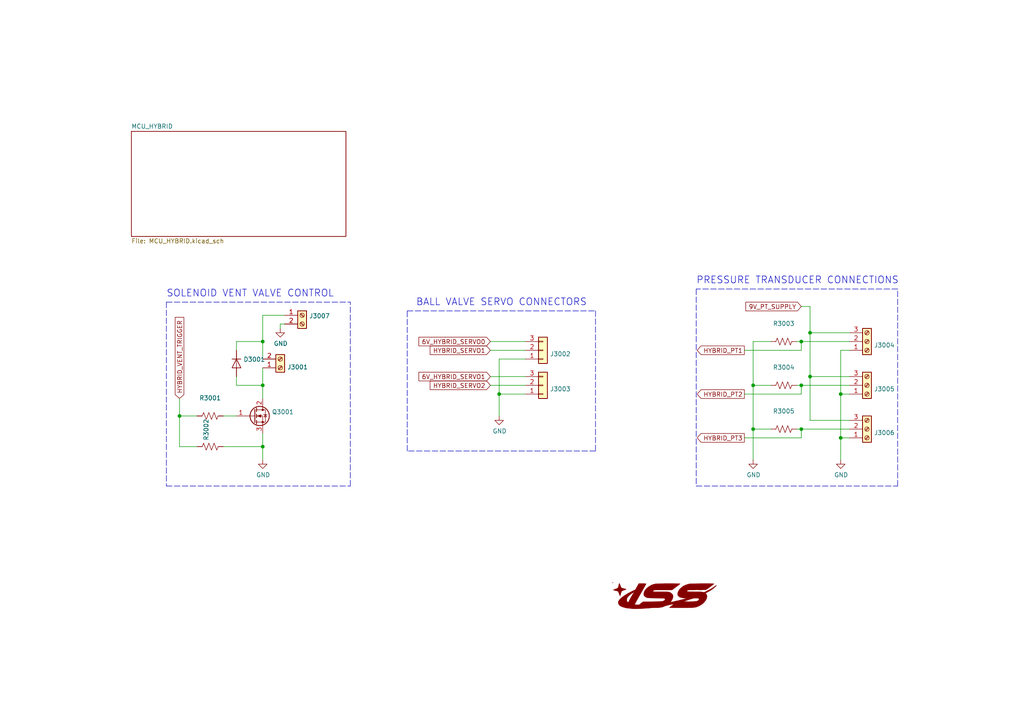
<source format=kicad_sch>
(kicad_sch (version 20211123) (generator eeschema)
  (paper "A4")
  (title_block (title "TARS-MK1") (company "ILLINOIS SPACE SOCIETY"))
  (lib_symbols
    (symbol "Connector:Screw_Terminal_01x02" (pin_names (offset 1.016) hide)
      (property "Reference" "J" (at 0 2.54 0))
      (property "Value" "Screw_Terminal_01x02" (at 0 -5.08 0))
      (symbol "Screw_Terminal_01x02_1_1"
        (rectangle (start -1.27 1.27) (end 1.27 -3.81) (stroke (width 0.254)) (fill (type background)))
        (circle (center 0 -2.54) (radius 0.635) (stroke (width 0.1524)))
        (polyline (pts (xy -0.5334 -2.2098) (xy 0.3302 -3.048)) (stroke (width 0.1524)))
        (polyline (pts (xy -0.5334 0.3302) (xy 0.3302 -0.508)) (stroke (width 0.1524)))
        (polyline (pts (xy -0.3556 -2.032) (xy 0.508 -2.8702)) (stroke (width 0.1524)))
        (polyline (pts (xy -0.3556 0.508) (xy 0.508 -0.3302)) (stroke (width 0.1524)))
        (circle (center 0 0) (radius 0.635) (stroke (width 0.1524)))
        (pin passive line (at -5.08 0 0) (length 3.81) (name "Pin_1") (number "1"))
        (pin passive line (at -5.08 -2.54 0) (length 3.81) (name "Pin_2") (number "2"))
      )
    )
    (symbol "Connector:Screw_Terminal_01x03" (pin_names (offset 1.016) hide)
      (property "Reference" "J" (at 0 5.08 0))
      (property "Value" "Screw_Terminal_01x03" (at 0 -5.08 0))
      (symbol "Screw_Terminal_01x03_1_1"
        (rectangle (start -1.27 3.81) (end 1.27 -3.81) (stroke (width 0.254)) (fill (type background)))
        (circle (center 0 -2.54) (radius 0.635) (stroke (width 0.1524)))
        (polyline (pts (xy -0.5334 -2.2098) (xy 0.3302 -3.048)) (stroke (width 0.1524)))
        (polyline (pts (xy -0.5334 0.3302) (xy 0.3302 -0.508)) (stroke (width 0.1524)))
        (polyline (pts (xy -0.5334 2.8702) (xy 0.3302 2.032)) (stroke (width 0.1524)))
        (polyline (pts (xy -0.3556 -2.032) (xy 0.508 -2.8702)) (stroke (width 0.1524)))
        (polyline (pts (xy -0.3556 0.508) (xy 0.508 -0.3302)) (stroke (width 0.1524)))
        (polyline (pts (xy -0.3556 3.048) (xy 0.508 2.2098)) (stroke (width 0.1524)))
        (circle (center 0 0) (radius 0.635) (stroke (width 0.1524)))
        (circle (center 0 2.54) (radius 0.635) (stroke (width 0.1524)))
        (pin passive line (at -5.08 2.54 0) (length 3.81) (name "Pin_1") (number "1"))
        (pin passive line (at -5.08 0 0) (length 3.81) (name "Pin_2") (number "2"))
        (pin passive line (at -5.08 -2.54 0) (length 3.81) (name "Pin_3") (number "3"))
      )
    )
    (symbol "Connector_Generic:Conn_01x03" (pin_names (offset 1.016) hide)
      (property "Reference" "J" (at 0 5.08 0))
      (property "Value" "Conn_01x03" (at 0 -5.08 0))
      (symbol "Conn_01x03_1_1"
        (rectangle (start -1.27 -2.413) (end 0 -2.667) (stroke (width 0.1524)))
        (rectangle (start -1.27 0.127) (end 0 -0.127) (stroke (width 0.1524)))
        (rectangle (start -1.27 2.667) (end 0 2.413) (stroke (width 0.1524)))
        (rectangle (start -1.27 3.81) (end 1.27 -3.81) (stroke (width 0.254)) (fill (type background)))
        (pin passive line (at -5.08 2.54 0) (length 3.81) (name "Pin_1") (number "1"))
        (pin passive line (at -5.08 0 0) (length 3.81) (name "Pin_2") (number "2"))
        (pin passive line (at -5.08 -2.54 0) (length 3.81) (name "Pin_3") (number "3"))
      )
    )
    (symbol "D24V50F5:D" (pin_numbers hide) (pin_names (offset 1.016) hide)
      (property "Reference" "D" (at 0 2.54 0))
      (property "Value" "D" (at 0 -2.54 0))
      (symbol "D_0_1"
        (polyline (pts (xy -1.27 1.27) (xy -1.27 -1.27)) (stroke (width 0.2032)))
        (polyline (pts (xy 1.27 0) (xy -1.27 0)))
        (polyline (pts (xy 1.27 1.27) (xy 1.27 -1.27) (xy -1.27 0) (xy 1.27 1.27)) (stroke (width 0.2032)))
      )
      (symbol "D_1_1"
        (pin passive line (at -3.81 0 0) (length 2.54) (name "K") (number "1"))
        (pin passive line (at 3.81 0 180) (length 2.54) (name "A") (number "2"))
      )
    )
    (symbol "D24V50F5:R_US" (pin_numbers hide) (pin_names (offset 0))
      (property "Reference" "R" (at 2.54 0 90))
      (property "Value" "R_US" (at -2.54 0 90))
      (symbol "R_US_0_1"
        (polyline (pts (xy 0 -2.286) (xy 0 -2.54)))
        (polyline (pts (xy 0 2.286) (xy 0 2.54)))
        (polyline (pts (xy 0 -0.762) (xy 1.016 -1.143) (xy 0 -1.524) (xy -1.016 -1.905) (xy 0 -2.286)))
        (polyline (pts (xy 0 0.762) (xy 1.016 0.381) (xy 0 0) (xy -1.016 -0.381) (xy 0 -0.762)))
        (polyline (pts (xy 0 2.286) (xy 1.016 1.905) (xy 0 1.524) (xy -1.016 1.143) (xy 0 0.762)))
      )
      (symbol "R_US_1_1"
        (pin passive line (at 0 3.81 270) (length 1.27) (name "~") (number "1"))
        (pin passive line (at 0 -3.81 90) (length 1.27) (name "~") (number "2"))
      )
    )
    (symbol "ISS_LOGO:LOGO" (pin_names (offset 1.016))
      (symbol "LOGO_0_0"
        (polyline (pts (xy -15.2654 3.6322) (xy -15.2654 3.8354) (xy -15.2908 3.8608) (xy -15.3162 3.7338) (xy -15.3162 3.6068) (xy -15.2654 3.6322)) (stroke (width 0.0254)) (fill (type outline)))
        (polyline (pts (xy -13.081 0.2032) (xy -12.954 0.6096) (xy -12.8778 0.9144) (xy -12.7762 1.1176) (xy -12.6746 1.27) (xy -12.5476 1.3462) (xy -12.3698 1.4224) (xy -12.1158 1.524) (xy -11.7348 1.651) (xy -11.5316 1.7272) (xy -11.43 1.7526) (xy -11.43 1.778) (xy -11.5062 1.8542) (xy -11.684 1.9304) (xy -11.938 1.9812) (xy -12.2174 2.0574) (xy -12.5222 2.1082) (xy -12.7254 2.2098) (xy -12.8778 2.3368) (xy -12.9794 2.54) (xy -13.081 2.8448) (xy -13.1318 2.921) (xy -13.2334 3.2258) (xy -13.3858 3.5306) (xy -13.4112 3.5052) (xy -13.4874 3.3782) (xy -13.5382 3.1496) (xy -13.6906 2.54) (xy -13.7668 2.3114) (xy -13.8684 2.1844) (xy -13.9954 2.0828) (xy -14.1986 2.0066) (xy -14.478 1.905) (xy -14.605 1.8542) (xy -14.8844 1.7526) (xy -15.0876 1.651) (xy -15.1638 1.6002) (xy -15.1384 1.6002) (xy -15.0114 1.5494) (xy -14.7828 1.4732) (xy -14.4526 1.397) (xy -13.7668 1.2192) (xy -13.5636 0.762) (xy -13.4874 0.5588) (xy -13.3858 0.2794) (xy -13.2842 0.0508) (xy -13.1826 -0.2032) (xy -13.081 0.2032)) (stroke (width 0.0254)) (fill (type outline)))
        (polyline (pts (xy -8.0264 -3.8354) (xy -7.3152 -3.81) (xy -6.5786 -3.7846) (xy -5.8166 -3.7338) (xy -5.1054 -3.683) (xy -4.826 -3.6576) (xy -4.2418 -3.6068) (xy -3.6322 -3.5814) (xy -3.0988 -3.556) (xy -2.3368 -3.556) (xy -1.5494 -3.4798) (xy -0.889 -3.3528) (xy -0.3556 -3.1242) (xy -0.1778 -3.0734) (xy 0.127 -2.9718) (xy 0.508 -2.8702) (xy 0.9398 -2.7686) (xy 0.9906 -2.7432) (xy 1.5494 -2.6162) (xy 2.1844 -2.4892) (xy 2.3114 -2.4892) (xy 2.3114 -2.54) (xy 2.2352 -2.6162) (xy 2.0574 -2.7686) (xy 1.778 -2.9464) (xy 1.5748 -3.1242) (xy 1.3208 -3.3274) (xy 1.1684 -3.4544) (xy 1.1176 -3.5306) (xy 1.6256 -3.5306) (xy 2.0574 -3.556) (xy 6.2738 -3.556) (xy 6.9342 -3.5306) (xy 7.4676 -3.5306) (xy 7.9248 -3.5052) (xy 8.2804 -3.4798) (xy 8.5852 -3.429) (xy 8.8392 -3.3782) (xy 9.0678 -3.302) (xy 9.3218 -3.2258) (xy 9.5504 -3.0988) (xy 9.8298 -2.9718) (xy 10.0076 -2.8956) (xy 10.5664 -2.54) (xy 11.049 -2.1336) (xy 11.43 -1.6764) (xy 11.7602 -1.2192) (xy 11.938 -0.762) (xy 12.0396 -0.3302) (xy 11.9888 0.0762) (xy 11.811 0.4064) (xy 11.5824 0.6858) (xy 12.1158 0.9398) (xy 12.2682 1.016) (xy 13.0556 1.4732) (xy 13.7414 1.9558) (xy 14.3256 2.4384) (xy 14.605 2.7178) (xy 14.7574 2.8956) (xy 14.8082 2.9718) (xy 14.7828 2.9718) (xy 14.6558 2.8956) (xy 14.4272 2.7686) (xy 14.1478 2.5654) (xy 14.097 2.5146) (xy 13.7414 2.286) (xy 13.3096 2.0066) (xy 12.827 1.7272) (xy 12.3444 1.4986) (xy 11.2014 0.9144) (xy 10.7188 1.016) (xy 10.6172 1.016) (xy 10.3378 1.0414) (xy 9.906 1.0668) (xy 9.398 1.0922) (xy 8.2296 1.0922) (xy 7.8994 1.1176) (xy 6.9088 1.1176) (xy 6.5532 1.143) (xy 6.3246 1.143) (xy 6.223 1.1684) (xy 6.223 1.27) (xy 6.2992 1.4224) (xy 6.3754 1.4986) (xy 6.4516 1.5494) (xy 6.5532 1.5748) (xy 6.7056 1.5748) (xy 6.9596 1.6002) (xy 8.3312 1.6002) (xy 9.0678 1.6256) (xy 9.7536 1.6002) (xy 10.3378 1.6002) (xy 10.8204 1.6256) (xy 11.2014 1.6256) (xy 11.4808 1.651) (xy 11.7348 1.7018) (xy 11.938 1.778) (xy 12.1158 1.905) (xy 12.319 2.032) (xy 12.573 2.2352) (xy 13.081 2.6162) (xy 13.4112 2.8702) (xy 13.6652 3.048) (xy 13.8176 3.175) (xy 13.843 3.2004) (xy 13.9954 3.3274) (xy 14.0462 3.4036) (xy 14.0462 3.429) (xy 13.8938 3.429) (xy 13.6144 3.4544) (xy 13.208 3.4544) (xy 12.7254 3.4798) (xy 10.16 3.4798) (xy 9.4996 3.4544) (xy 8.8646 3.4544) (xy 8.255 3.429) (xy 7.747 3.429) (xy 7.3152 3.4036) (xy 6.985 3.3782) (xy 6.8072 3.3528) (xy 5.9944 3.1242) (xy 5.207 2.7686) (xy 4.572 2.3114) (xy 4.0386 1.778) (xy 3.683 1.1684) (xy 3.5306 0.762) (xy 3.4798 0.381) (xy 3.556 0.0762) (xy 3.7338 -0.1778) (xy 4.0132 -0.4064) (xy 4.3688 -0.5842) (xy 4.826 -0.6858) (xy 5.461 -0.762) (xy 6.2992 -0.8128) (xy 5.588 -0.9906) (xy 5.4102 -1.0414) (xy 5.08 -1.1176) (xy 4.6482 -1.2192) (xy 4.1656 -1.3462) (xy 3.6576 -1.4732) (xy 3.1496 -1.5748) (xy 2.6416 -1.7018) (xy 2.54 -1.7272) (xy 5.334 -1.7272) (xy 5.3594 -1.6764) (xy 5.461 -1.651) (xy 6.0706 -1.4478) (xy 6.7056 -1.2446) (xy 7.1882 -1.0668) (xy 7.5946 -0.9652) (xy 7.9248 -0.8636) (xy 8.1534 -0.8128) (xy 8.382 -0.7874) (xy 8.5598 -0.762) (xy 9.0678 -0.762) (xy 9.4488 -0.8128) (xy 9.652 -0.9398) (xy 9.7282 -1.0922) (xy 9.7028 -1.1938) (xy 9.5504 -1.397) (xy 9.2456 -1.5748) (xy 8.89 -1.6764) (xy 8.8646 -1.6764) (xy 8.6614 -1.7018) (xy 8.3058 -1.7272) (xy 7.8486 -1.7526) (xy 7.3406 -1.7526) (xy 6.7818 -1.778) (xy 6.223 -1.7526) (xy 5.5372 -1.7526) (xy 5.3848 -1.7272) (xy 5.334 -1.7272) (xy 2.54 -1.7272) (xy 2.2098 -1.8034) (xy 1.8542 -1.8796) (xy 1.6256 -1.9304) (xy 1.4986 -1.9304) (xy 1.4986 -1.905) (xy 1.6002 -1.7272) (xy 1.7272 -1.524) (xy 1.9304 -1.1684) (xy 2.1336 -0.6604) (xy 2.1844 -0.2032) (xy 2.0828 0.2286) (xy 1.8034 0.5588) (xy 1.397 0.8382) (xy 1.3208 0.889) (xy 1.0668 0.9906) (xy 0.9144 1.016) (xy 0.6858 1.0414) (xy 0.4064 1.0668) (xy -0.4826 1.0668) (xy -1.143 1.0922) (xy -3.048 1.0922) (xy -3.3274 1.1176) (xy -3.4544 1.1176) (xy -3.6068 1.143) (xy -3.6322 1.27) (xy -3.5052 1.4478) (xy -3.4544 1.4986) (xy -3.3782 1.524) (xy -3.2766 1.5494) (xy -3.0988 1.5748) (xy -2.8702 1.6002) (xy 1.8796 1.6002) (xy 2.54 2.0828) (xy 2.6162 2.159) (xy 3.3782 2.7178) (xy 3.7084 2.9718) (xy 3.7592 2.9972) (xy 3.9878 3.2004) (xy 4.1656 3.3274) (xy 4.2164 3.4036) (xy 4.2164 3.429) (xy 4.0894 3.429) (xy 3.81 3.4544) (xy 2.8956 3.4544) (xy 2.286 3.4798) (xy -0.1016 3.4798) (xy -0.889 3.4544) (xy -1.5494 3.4544) (xy -2.0828 3.429) (xy -2.54 3.4036) (xy -2.921 3.3782) (xy -3.2512 3.302) (xy -3.5052 3.2512) (xy -3.7846 3.1496) (xy -4.0386 3.048) (xy -4.3434 2.8956) (xy -4.9784 2.5146) (xy -5.4864 2.0828) (xy -5.9182 1.6002) (xy -6.1976 1.0922) (xy -6.3246 0.5588) (xy -6.3246 0.2794) (xy -6.2484 -0.0254) (xy -6.0198 -0.2794) (xy -5.6388 -0.5334) (xy -5.5626 -0.5588) (xy -5.3086 -0.6604) (xy -5.1308 -0.6858) (xy -4.8768 -0.7112) (xy -4.5466 -0.7112) (xy -4.1148 -0.7366) (xy -3.5306 -0.7366) (xy -2.8194 -0.762) (xy -2.159 -0.762) (xy -1.5748 -0.7874) (xy -1.1176 -0.7874) (xy -0.762 -0.8128) (xy -0.5334 -0.8382) (xy -0.381 -0.8636) (xy -0.2794 -0.889) (xy -0.2032 -0.9398) (xy -0.1778 -0.9652) (xy -0.127 -1.0922) (xy -0.1778 -1.2446) (xy -0.381 -1.4478) (xy -0.5842 -1.5748) (xy -0.6604 -1.6002) (xy -0.762 -1.651) (xy -0.9144 -1.6764) (xy -1.143 -1.7018) (xy -1.4224 -1.7272) (xy -1.8034 -1.7272) (xy -2.3114 -1.7526) (xy -2.9464 -1.7526) (xy -3.7338 -1.778) (xy -6.5532 -1.8288) (xy -7.1374 -2.2606) (xy -7.7216 -2.7178) (xy -8.3058 -2.6924) (xy -8.6106 -2.667) (xy -8.8392 -2.6416) (xy -8.9408 -2.6162) (xy -8.9408 -2.5908) (xy -8.9154 -2.5146) (xy -8.8646 -2.413) (xy -8.763 -2.2352) (xy -8.636 -1.9812) (xy -8.4582 -1.651) (xy -8.2296 -1.2446) (xy -7.9248 -0.7112) (xy -7.5946 -0.1016) (xy -7.1628 0.635) (xy -6.6802 1.4986) (xy -6.096 2.5146) (xy -5.9182 2.8448) (xy -5.7658 3.1242) (xy -5.6896 3.3274) (xy -5.6642 3.429) (xy -5.7658 3.4544) (xy -5.9944 3.4544) (xy -6.3246 3.4798) (xy -7.747 3.4798) (xy -8.255 2.5908) (xy -8.763 1.6764) (xy -9.9568 1.1176) (xy -10.541 0.8128) (xy -11.3284 0.381) (xy -12.0142 -0.0762) (xy -12.6238 -0.508) (xy -13.081 -0.9144) (xy -13.3858 -1.2446) (xy -11.2522 -1.2446) (xy -11.2268 -1.016) (xy -11.0998 -0.635) (xy -10.795 -0.254) (xy -10.3632 0.1524) (xy -9.779 0.5842) (xy -9.6266 0.6858) (xy -9.3726 0.8636) (xy -9.2202 0.9144) (xy -9.1694 0.9144) (xy -9.3218 0.6604) (xy -9.4742 0.4318) (xy -9.6774 0.1016) (xy -9.8806 -0.254) (xy -10.0584 -0.5588) (xy -10.2616 -0.9652) (xy -10.4648 -1.3208) (xy -10.5918 -1.6002) (xy -10.8458 -2.032) (xy -11.1252 -1.7526) (xy -11.2268 -1.524) (xy -11.2522 -1.2446) (xy -13.3858 -1.2446) (xy -13.4366 -1.2954) (xy -13.6398 -1.651) (xy -13.6906 -1.778) (xy -13.716 -2.2098) (xy -13.589 -2.5654) (xy -13.3096 -2.8956) (xy -12.8778 -3.175) (xy -12.2682 -3.4036) (xy -11.5062 -3.6068) (xy -10.5664 -3.7338) (xy -9.4742 -3.8354) (xy -9.144 -3.8608) (xy -8.636 -3.8608) (xy -8.0264 -3.8354)) (stroke (width 0.0254)) (fill (type outline)))
      )
    )
    (symbol "Transistor_FET:IRF540N" (pin_names hide)
      (property "Reference" "Q" (at 6.35 1.905 0))
      (property "Value" "IRF540N" (at 6.35 0 0))
      (symbol "IRF540N_0_1"
        (polyline (pts (xy 0.254 0) (xy -2.54 0)))
        (polyline (pts (xy 0.254 1.905) (xy 0.254 -1.905)) (stroke (width 0.254)))
        (polyline (pts (xy 0.762 -1.27) (xy 0.762 -2.286)) (stroke (width 0.254)))
        (polyline (pts (xy 0.762 0.508) (xy 0.762 -0.508)) (stroke (width 0.254)))
        (polyline (pts (xy 0.762 2.286) (xy 0.762 1.27)) (stroke (width 0.254)))
        (polyline (pts (xy 2.54 2.54) (xy 2.54 1.778)))
        (polyline (pts (xy 2.54 -2.54) (xy 2.54 0) (xy 0.762 0)))
        (polyline (pts (xy 0.762 -1.778) (xy 3.302 -1.778) (xy 3.302 1.778) (xy 0.762 1.778)))
        (polyline (pts (xy 1.016 0) (xy 2.032 0.381) (xy 2.032 -0.381) (xy 1.016 0)) (fill (type outline)))
        (polyline (pts (xy 2.794 0.508) (xy 2.921 0.381) (xy 3.683 0.381) (xy 3.81 0.254)))
        (polyline (pts (xy 3.302 0.381) (xy 2.921 -0.254) (xy 3.683 -0.254) (xy 3.302 0.381)))
        (circle (center 1.651 0) (radius 2.794) (stroke (width 0.254)))
        (circle (center 2.54 -1.778) (radius 0.254) (fill (type outline)))
        (circle (center 2.54 1.778) (radius 0.254) (fill (type outline)))
      )
      (symbol "IRF540N_1_1"
        (pin input line (at -5.08 0 0) (length 2.54) (name "G") (number "1"))
        (pin passive line (at 2.54 5.08 270) (length 2.54) (name "D") (number "2"))
        (pin passive line (at 2.54 -5.08 90) (length 2.54) (name "S") (number "3"))
      )
    )
    (symbol "power:GND" (power) (pin_names (offset 0))
      (property "Value" "GND" (at 0 -3.81 0))
      (symbol "GND_0_1"
        (polyline (pts (xy 0 0) (xy 0 -1.27) (xy 1.27 -1.27) (xy 0 -2.54) (xy -1.27 -1.27) (xy 0 -1.27)))
      )
      (symbol "GND_1_1"
        (pin power_in line (at 0 0 270) (length 0) hide (name "GND") (number "1"))
      )
    )
  )
  (junction (at 243.84 114.3))
  (junction (at 52.07 120.65))
  (junction (at 234.95 109.22))
  (junction (at 234.95 96.52))
  (junction (at 144.78 114.3))
  (junction (at 76.2 129.54))
  (junction (at 76.2 99.06))
  (junction (at 218.44 111.76))
  (junction (at 232.41 111.76))
  (junction (at 232.41 99.06))
  (junction (at 243.84 127))
  (junction (at 232.41 124.46))
  (junction (at 218.44 124.46))
  (junction (at 76.2 111.76))
  (wire (pts (xy 243.84 114.3) (xy 243.84 127)))
  (polyline (pts (xy 101.6 140.97) (xy 101.6 87.63)))
  (polyline (pts (xy 48.26 87.63) (xy 101.6 87.63)))
  (wire (pts (xy 232.41 88.9) (xy 234.95 88.9)))
  (wire (pts (xy 76.2 104.14) (xy 76.2 99.06)))
  (wire (pts (xy 68.58 109.22) (xy 68.58 111.76)))
  (polyline (pts (xy 48.26 140.97) (xy 101.6 140.97)))
  (wire (pts (xy 152.4 104.14) (xy 144.78 104.14)))
  (wire (pts (xy 52.07 120.65) (xy 52.07 129.54)))
  (wire (pts (xy 223.52 124.46) (xy 218.44 124.46)))
  (wire (pts (xy 82.55 91.44) (xy 76.2 91.44)))
  (wire (pts (xy 232.41 124.46) (xy 232.41 127)))
  (polyline (pts (xy 48.26 87.63) (xy 48.26 140.97)))
  (wire (pts (xy 76.2 133.35) (xy 76.2 129.54)))
  (polyline (pts (xy 201.93 140.97) (xy 260.35 140.97)))
  (wire (pts (xy 232.41 111.76) (xy 246.38 111.76)))
  (wire (pts (xy 232.41 99.06) (xy 246.38 99.06)))
  (wire (pts (xy 246.38 101.6) (xy 243.84 101.6)))
  (wire (pts (xy 234.95 109.22) (xy 234.95 121.92)))
  (wire (pts (xy 52.07 115.57) (xy 52.07 120.65)))
  (wire (pts (xy 142.24 109.22) (xy 152.4 109.22)))
  (wire (pts (xy 246.38 114.3) (xy 243.84 114.3)))
  (wire (pts (xy 82.55 93.98) (xy 81.28 93.98)))
  (wire (pts (xy 76.2 106.68) (xy 76.2 111.76)))
  (wire (pts (xy 243.84 101.6) (xy 243.84 114.3)))
  (wire (pts (xy 231.14 99.06) (xy 232.41 99.06)))
  (wire (pts (xy 232.41 124.46) (xy 246.38 124.46)))
  (wire (pts (xy 144.78 104.14) (xy 144.78 114.3)))
  (wire (pts (xy 243.84 127) (xy 243.84 133.35)))
  (polyline (pts (xy 260.35 83.82) (xy 201.93 83.82)))
  (wire (pts (xy 215.9 114.3) (xy 232.41 114.3)))
  (wire (pts (xy 64.77 129.54) (xy 76.2 129.54)))
  (wire (pts (xy 215.9 101.6) (xy 232.41 101.6)))
  (wire (pts (xy 76.2 111.76) (xy 76.2 115.57)))
  (wire (pts (xy 234.95 88.9) (xy 234.95 96.52)))
  (wire (pts (xy 231.14 111.76) (xy 232.41 111.76)))
  (wire (pts (xy 218.44 111.76) (xy 218.44 124.46)))
  (wire (pts (xy 232.41 111.76) (xy 232.41 114.3)))
  (wire (pts (xy 232.41 99.06) (xy 232.41 101.6)))
  (wire (pts (xy 68.58 101.6) (xy 68.58 99.06)))
  (wire (pts (xy 76.2 129.54) (xy 76.2 125.73)))
  (wire (pts (xy 246.38 127) (xy 243.84 127)))
  (wire (pts (xy 81.28 93.98) (xy 81.28 95.25)))
  (polyline (pts (xy 172.72 130.81) (xy 118.11 130.81)))
  (wire (pts (xy 64.77 120.65) (xy 68.58 120.65)))
  (wire (pts (xy 218.44 111.76) (xy 223.52 111.76)))
  (polyline (pts (xy 118.11 90.17) (xy 172.72 90.17)))
  (wire (pts (xy 68.58 99.06) (xy 76.2 99.06)))
  (polyline (pts (xy 172.72 90.17) (xy 172.72 130.81)))
  (wire (pts (xy 152.4 101.6) (xy 142.24 101.6)))
  (wire (pts (xy 76.2 91.44) (xy 76.2 99.06)))
  (wire (pts (xy 68.58 111.76) (xy 76.2 111.76)))
  (wire (pts (xy 234.95 121.92) (xy 246.38 121.92)))
  (polyline (pts (xy 201.93 83.82) (xy 201.93 140.97)))
  (wire (pts (xy 234.95 96.52) (xy 234.95 109.22)))
  (wire (pts (xy 234.95 109.22) (xy 246.38 109.22)))
  (wire (pts (xy 223.52 99.06) (xy 218.44 99.06)))
  (wire (pts (xy 215.9 127) (xy 232.41 127)))
  (wire (pts (xy 142.24 99.06) (xy 152.4 99.06)))
  (wire (pts (xy 218.44 124.46) (xy 218.44 133.35)))
  (wire (pts (xy 52.07 129.54) (xy 57.15 129.54)))
  (wire (pts (xy 142.24 111.76) (xy 152.4 111.76)))
  (polyline (pts (xy 260.35 140.97) (xy 260.35 83.82)))
  (wire (pts (xy 57.15 120.65) (xy 52.07 120.65)))
  (wire (pts (xy 152.4 114.3) (xy 144.78 114.3)))
  (wire (pts (xy 231.14 124.46) (xy 232.41 124.46)))
  (wire (pts (xy 234.95 96.52) (xy 246.38 96.52)))
  (polyline (pts (xy 118.11 130.81) (xy 118.11 90.17)))
  (wire (pts (xy 218.44 99.06) (xy 218.44 111.76)))
  (wire (pts (xy 144.78 114.3) (xy 144.78 120.65)))
  (text "SOLENOID VENT VALVE CONTROL" (at 48.26 86.36 0) (effects (font (size 2.0066 2.0066)) (justify left bottom)))
  (text "PRESSURE TRANSDUCER CONNECTIONS" (at 201.93 82.55 0) (effects (font (size 2.0066 2.0066)) (justify left bottom)))
  (text "BALL VALVE SERVO CONNECTORS" (at 120.65 88.9 0) (effects (font (size 2.0066 2.0066)) (justify left bottom)))
  (global_label "HYBRID_SERVO2" (shape input) (at 142.24 111.76 180) (property "Intersheet References" "${INTERSHEET_REFS}" (effects hide)))
  (global_label "HYBRID_SERVO1" (shape input) (at 142.24 101.6 180) (property "Intersheet References" "${INTERSHEET_REFS}" (effects hide)))
  (global_label "HYBRID_PT3" (shape output) (at 215.9 127 180) (property "Intersheet References" "${INTERSHEET_REFS}" (effects hide)))
  (global_label "6V_HYBRID_SERVO0" (shape input) (at 142.24 99.06 180) (property "Intersheet References" "${INTERSHEET_REFS}" (effects hide)))
  (global_label "HYBRID_PT2" (shape output) (at 215.9 114.3 180) (property "Intersheet References" "${INTERSHEET_REFS}" (effects hide)))
  (global_label "HYBRID_PT1" (shape output) (at 215.9 101.6 180) (property "Intersheet References" "${INTERSHEET_REFS}" (effects hide)))
  (global_label "6V_HYBRID_SERVO1" (shape input) (at 142.24 109.22 180) (property "Intersheet References" "${INTERSHEET_REFS}" (effects hide)))
  (global_label "HYBRID_VENT_TRIGGER" (shape input) (at 52.07 115.57 90) (property "Intersheet References" "${INTERSHEET_REFS}" (effects hide)))
  (global_label "9V_PT_SUPPLY" (shape input) (at 232.41 88.9 180) (property "Intersheet References" "${INTERSHEET_REFS}" (effects hide)))
  (symbol (lib_id "ISS_LOGO:LOGO") (at 193.04 172.72 0) (unit 1)
    (property "Reference" "#G3001" (effects hide))
  )
  (symbol (lib_id "Connector_Generic:Conn_01x03") (at 157.48 111.76 0) (mirror x) (unit 1)
    (property "Reference" "J3003" (at 159.512 112.8268 0) (effects (justify left)))
  )
  (symbol (lib_id "Connector_Generic:Conn_01x03") (at 157.48 101.6 0) (mirror x) (unit 1)
    (property "Reference" "J3002" (at 159.512 102.6668 0) (effects (justify left)))
  )
  (symbol (lib_id "Connector:Screw_Terminal_01x03") (at 251.46 99.06 0) (mirror x) (unit 1)
    (property "Reference" "J3004" (at 253.492 100.1268 0) (effects (justify left)))
  )
  (symbol (lib_id "Connector:Screw_Terminal_01x03") (at 251.46 124.46 0) (mirror x) (unit 1)
    (property "Reference" "J3006" (at 253.492 125.5268 0) (effects (justify left)))
  )
  (symbol (lib_id "Connector:Screw_Terminal_01x03") (at 251.46 111.76 0) (mirror x) (unit 1)
    (property "Reference" "J3005" (at 253.492 112.8268 0) (effects (justify left)))
  )
  (symbol (lib_id "power:GND") (at 218.44 133.35 0) (unit 1)
    (property "Reference" "#PWR03003" (effects hide))
  )
  (symbol (lib_id "power:GND") (at 243.84 133.35 0) (unit 1)
    (property "Reference" "#PWR03004" (effects hide))
  )
  (symbol (lib_id "power:GND") (at 144.78 120.65 0) (unit 1)
    (property "Reference" "#PWR03002" (effects hide))
  )
  (symbol (lib_id "Connector:Screw_Terminal_01x02") (at 81.28 106.68 0) (mirror x) (unit 1)
    (property "Reference" "J3001" (at 83.312 106.4768 0) (effects (justify left)))
  )
  (symbol (lib_id "Transistor_FET:IRF540N") (at 73.66 120.65 0) (unit 1)
    (property "Reference" "Q3001" (at 78.8416 119.4816 0) (effects (justify left)))
    (property "Datasheet" "http://www.irf.com/product-info/datasheets/data/irf540n.pdf" (effects hide))
  )
  (symbol (lib_id "power:GND") (at 76.2 133.35 0) (unit 1)
    (property "Reference" "#PWR03001" (effects hide))
  )
  (symbol (lib_id "D24V50F5:R_US") (at 60.96 120.65 90) (unit 1)
    (property "Reference" "R3001" (at 60.96 115.443 90))
  )
  (symbol (lib_id "D24V50F5:R_US") (at 227.33 124.46 90) (unit 1)
    (property "Reference" "R3005" (at 227.33 119.253 90))
  )
  (symbol (lib_id "D24V50F5:R_US") (at 227.33 111.76 90) (unit 1)
    (property "Reference" "R3004" (at 227.33 106.553 90))
  )
  (symbol (lib_id "D24V50F5:R_US") (at 227.33 99.06 90) (unit 1)
    (property "Reference" "R3003" (at 227.33 93.853 90))
  )
  (symbol (lib_id "D24V50F5:R_US") (at 60.96 129.54 90) (unit 1)
    (property "Reference" "R3002" (at 59.7916 127.8128 0) (effects (justify left)))
  )
  (symbol (lib_id "Connector:Screw_Terminal_01x02") (at 87.63 91.44 0) (unit 1)
    (property "Reference" "J3007" (at 89.662 91.6432 0) (effects (justify left)))
  )
  (symbol (lib_id "power:GND") (at 81.28 95.25 0) (unit 1)
    (property "Reference" "#PWR0105" (effects hide))
  )
  (symbol (lib_id "D24V50F5:D") (at 68.58 105.41 270) (unit 1)
    (property "Reference" "D3001" (at 70.5866 104.2416 90) (effects (justify left)))
  )
  (sheet (at 38.1 38.1) (size 62.23 30.48)
    (property "Sheet name" "MCU_HYBRID" (at 38.1 37.3884 0) (effects (justify left bottom)))
    (property "Sheet file" "MCU_HYBRID.kicad_sch" (at 38.1 69.1646 0) (effects (justify left top)))
  )
)
</source>
